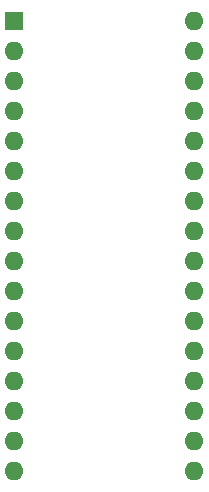
<source format=gbs>
G04 #@! TF.GenerationSoftware,KiCad,Pcbnew,(6.0.11-0)*
G04 #@! TF.CreationDate,2023-06-06T19:26:52+02:00*
G04 #@! TF.ProjectId,soj36_to_dip,736f6a33-365f-4746-9f5f-6469702e6b69,rev?*
G04 #@! TF.SameCoordinates,Original*
G04 #@! TF.FileFunction,Soldermask,Bot*
G04 #@! TF.FilePolarity,Negative*
%FSLAX46Y46*%
G04 Gerber Fmt 4.6, Leading zero omitted, Abs format (unit mm)*
G04 Created by KiCad (PCBNEW (6.0.11-0)) date 2023-06-06 19:26:52*
%MOMM*%
%LPD*%
G01*
G04 APERTURE LIST*
%ADD10O,1.600000X1.600000*%
%ADD11R,1.600000X1.600000*%
G04 APERTURE END LIST*
D10*
X162148600Y-63489400D03*
X146908600Y-101589400D03*
X162148600Y-66029400D03*
X146908600Y-99049400D03*
X162148600Y-68569400D03*
X146908600Y-96509400D03*
X162148600Y-71109400D03*
X146908600Y-93969400D03*
X162148600Y-73649400D03*
X146908600Y-91429400D03*
X162148600Y-76189400D03*
X146908600Y-88889400D03*
X162148600Y-78729400D03*
X146908600Y-86349400D03*
X162148600Y-81269400D03*
X146908600Y-83809400D03*
X162148600Y-83809400D03*
X146908600Y-81269400D03*
X162148600Y-86349400D03*
X146908600Y-78729400D03*
X162148600Y-88889400D03*
X146908600Y-76189400D03*
X162148600Y-91429400D03*
X146908600Y-73649400D03*
X162148600Y-93969400D03*
X146908600Y-71109400D03*
X162148600Y-96509400D03*
X146908600Y-68569400D03*
X162148600Y-99049400D03*
X146908600Y-66029400D03*
X162148600Y-101589400D03*
D11*
X146908600Y-63489400D03*
M02*

</source>
